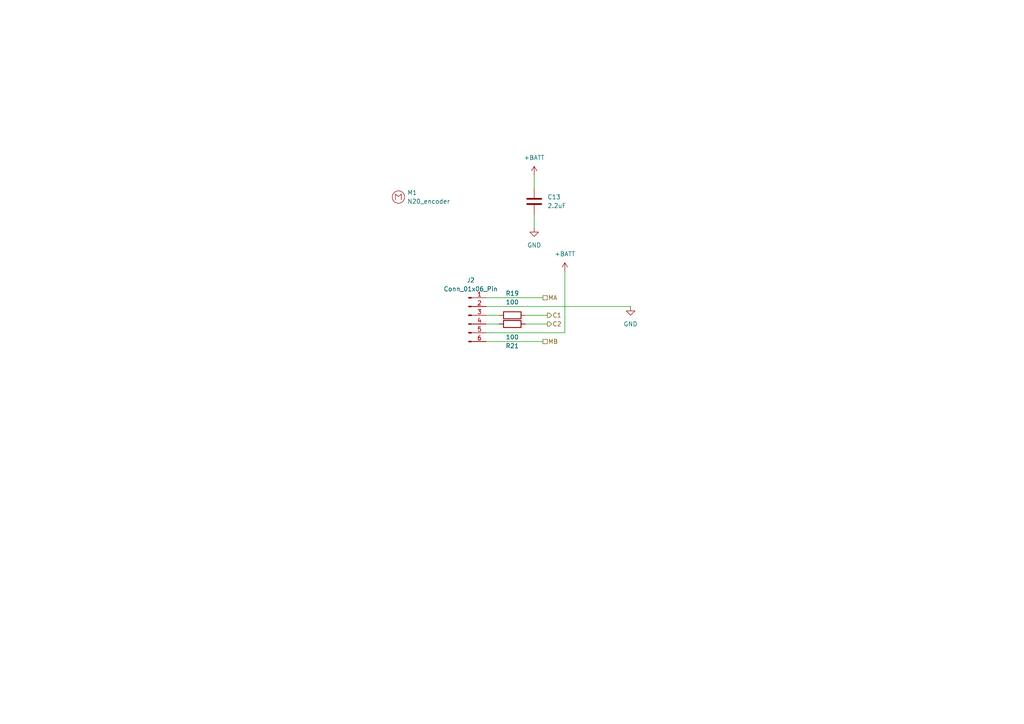
<source format=kicad_sch>
(kicad_sch (version 20230121) (generator eeschema)
  (paper "A4")
  (lib_symbols
    (symbol "Connector:Conn_01x06_Pin" (pin_names (offset 1.016) hide)
      (property "Reference" "J" (at 0 7.62 0))
      (property "Value" "Conn_01x06_Pin" (at 0 -10.16 0))
      (symbol "Conn_01x06_Pin_1_1"
        (polyline (pts (xy 1.27 -7.62) (xy 0.8636 -7.62)) (stroke (width 0.1524)))
        (polyline (pts (xy 1.27 -5.08) (xy 0.8636 -5.08)) (stroke (width 0.1524)))
        (polyline (pts (xy 1.27 -2.54) (xy 0.8636 -2.54)) (stroke (width 0.1524)))
        (polyline (pts (xy 1.27 0) (xy 0.8636 0)) (stroke (width 0.1524)))
        (polyline (pts (xy 1.27 2.54) (xy 0.8636 2.54)) (stroke (width 0.1524)))
        (polyline (pts (xy 1.27 5.08) (xy 0.8636 5.08)) (stroke (width 0.1524)))
        (rectangle (start 0.8636 -7.493) (end 0 -7.747) (stroke (width 0.1524)) (fill (type outline)))
        (rectangle (start 0.8636 -4.953) (end 0 -5.207) (stroke (width 0.1524)) (fill (type outline)))
        (rectangle (start 0.8636 -2.413) (end 0 -2.667) (stroke (width 0.1524)) (fill (type outline)))
        (rectangle (start 0.8636 0.127) (end 0 -0.127) (stroke (width 0.1524)) (fill (type outline)))
        (rectangle (start 0.8636 2.667) (end 0 2.413) (stroke (width 0.1524)) (fill (type outline)))
        (rectangle (start 0.8636 5.207) (end 0 4.953) (stroke (width 0.1524)) (fill (type outline)))
        (pin passive line (at 5.08 5.08 180) (length 3.81) (name "Pin_1") (number "1"))
        (pin passive line (at 5.08 2.54 180) (length 3.81) (name "Pin_2") (number "2"))
        (pin passive line (at 5.08 0 180) (length 3.81) (name "Pin_3") (number "3"))
        (pin passive line (at 5.08 -2.54 180) (length 3.81) (name "Pin_4") (number "4"))
        (pin passive line (at 5.08 -5.08 180) (length 3.81) (name "Pin_5") (number "5"))
        (pin passive line (at 5.08 -7.62 180) (length 3.81) (name "Pin_6") (number "6"))
      )
    )
    (symbol "Device:C" (pin_numbers hide) (pin_names (offset 0.254))
      (property "Reference" "C" (at 0.635 2.54 0))
      (property "Value" "C" (at 0.635 -2.54 0))
      (symbol "C_0_1"
        (polyline (pts (xy -2.032 -0.762) (xy 2.032 -0.762)) (stroke (width 0.508)))
        (polyline (pts (xy -2.032 0.762) (xy 2.032 0.762)) (stroke (width 0.508)))
      )
      (symbol "C_1_1"
        (pin passive line (at 0 3.81 270) (length 2.794) (name "~") (number "1"))
        (pin passive line (at 0 -3.81 90) (length 2.794) (name "~") (number "2"))
      )
    )
    (symbol "Device:R" (pin_numbers hide) (pin_names (offset 0))
      (property "Reference" "R" (at 2.032 0 90))
      (property "Value" "R" (at 0 0 90))
      (symbol "R_0_1"
        (rectangle (start -1.016 -2.54) (end 1.016 2.54) (stroke (width 0.254)))
      )
      (symbol "R_1_1"
        (pin passive line (at 0 3.81 270) (length 1.27) (name "~") (number "1"))
        (pin passive line (at 0 -3.81 90) (length 1.27) (name "~") (number "2"))
      )
    )
    (symbol "minimouse:N20_w_encoder"
      (property "Reference" "M" (at -8.89 1.27 0))
      (property "Value" "N20_encoder" (at 0 -2.54 0))
      (symbol "N20_w_encoder_0_1"
        (polyline (pts (xy -0.8636 -0.8128) (xy -0.8636 0.8636) (xy 0 0.1524) (xy 0.8128 0.8636) (xy 0.8128 -0.8128)))
        (circle (center 0 0) (radius 1.7961))
      )
    )
    (symbol "power:+BATT" (power) (pin_names (offset 0))
      (property "Value" "+BATT" (at 0 3.556 0))
      (symbol "+BATT_0_1"
        (polyline (pts (xy -0.762 1.27) (xy 0 2.54)))
        (polyline (pts (xy 0 0) (xy 0 2.54)))
        (polyline (pts (xy 0 2.54) (xy 0.762 1.27)))
      )
      (symbol "+BATT_1_1"
        (pin power_in line (at 0 0 90) (length 0) hide (name "+BATT") (number "1"))
      )
    )
    (symbol "power:GND" (power) (pin_names (offset 0))
      (property "Value" "GND" (at 0 -3.81 0))
      (symbol "GND_0_1"
        (polyline (pts (xy 0 0) (xy 0 -1.27) (xy 1.27 -1.27) (xy 0 -2.54) (xy -1.27 -1.27) (xy 0 -1.27)))
      )
      (symbol "GND_1_1"
        (pin power_in line (at 0 0 270) (length 0) hide (name "GND") (number "1"))
      )
    )
  )
  (wire (pts (xy 140.97 91.44) (xy 144.78 91.44)))
  (wire (pts (xy 154.94 62.23) (xy 154.94 66.04)))
  (wire (pts (xy 140.97 86.36) (xy 157.48 86.36)))
  (wire (pts (xy 140.97 88.9) (xy 182.88 88.9)))
  (wire (pts (xy 152.4 91.44) (xy 158.75 91.44)))
  (wire (pts (xy 163.83 78.74) (xy 163.83 96.52)))
  (wire (pts (xy 140.97 99.06) (xy 157.48 99.06)))
  (wire (pts (xy 163.83 96.52) (xy 140.97 96.52)))
  (wire (pts (xy 140.97 93.98) (xy 144.78 93.98)))
  (wire (pts (xy 154.94 50.8) (xy 154.94 54.61)))
  (wire (pts (xy 152.4 93.98) (xy 158.75 93.98)))
  (hierarchical_label "C1" (shape output) (at 158.75 91.44 0))
  (hierarchical_label "C2" (shape output) (at 158.75 93.98 0))
  (hierarchical_label "MB" (shape passive) (at 157.48 99.06 0))
  (hierarchical_label "MA" (shape passive) (at 157.48 86.36 0))
  (symbol (lib_id "power:+BATT") (at 163.83 78.74 0) (unit 1)
    (property "Reference" "#PWR028" (effects hide))
    (property "Value" "+BATT" (at 163.83 73.66 0))
    (instances (project "minimouse" (path "" (reference "#PWR028") (unit 1)) (path "" (reference "#PWR029") (unit 1))))
  )
  (symbol (lib_id "power:GND") (at 154.94 66.04 0) (unit 1)
    (property "Reference" "#PWR041" (effects hide))
    (property "Value" "GND" (at 154.94 71.12 0))
    (instances (project "minimouse" (path "" (reference "#PWR041") (unit 1)) (path "" (reference "#PWR042") (unit 1))))
  )
  (symbol (lib_id "minimouse:N20_w_encoder") (at 115.57 57.15 0) (unit 1)
    (property "Reference" "M1" (at 118.11 55.88 0) (effects (justify left)))
    (property "Value" "N20_encoder" (at 118.11 58.42 0) (effects (justify left)))
    (property "Footprint" "minimouse:N20_with_encoder" (effects hide))
    (instances (project "minimouse" (path "" (reference "M1") (unit 1)) (path "" (reference "M2") (unit 1))))
  )
  (symbol (lib_id "Device:R") (at 148.59 91.44 90) (unit 1)
    (property "Reference" "R19" (at 148.59 85.09 90))
    (property "Value" "100" (at 148.59 87.63 90))
    (property "Footprint" "Resistor_SMD:R_0603_1608Metric" (effects hide))
    (instances (project "minimouse" (path "" (reference "R19") (unit 1)) (path "" (reference "R20") (unit 1))))
  )
  (symbol (lib_id "Device:C") (at 154.94 58.42 0) (unit 1)
    (property "Reference" "C13" (at 158.75 57.15 0) (effects (justify left)))
    (property "Value" "2.2uF" (at 158.75 59.69 0) (effects (justify left)))
    (property "Footprint" "Capacitor_SMD:C_0603_1608Metric" (effects hide))
    (instances (project "minimouse" (path "" (reference "C13") (unit 1)) (path "" (reference "C14") (unit 1))))
  )
  (symbol (lib_id "power:+BATT") (at 154.94 50.8 0) (unit 1)
    (property "Reference" "#PWR014" (effects hide))
    (property "Value" "+BATT" (at 154.94 45.72 0))
    (instances (project "minimouse" (path "" (reference "#PWR014") (unit 1)) (path "" (reference "#PWR015") (unit 1))))
  )
  (symbol (lib_id "Connector:Conn_01x06_Pin") (at 135.89 91.44 0) (unit 1)
    (property "Reference" "J2" (at 136.525 81.28 0))
    (property "Value" "Conn_01x06_Pin" (at 136.525 83.82 0))
    (property "Footprint" "Connector_PinHeader_2.54mm:PinHeader_1x06_P2.54mm_Vertical" (effects hide))
    (instances (project "minimouse" (path "" (reference "J2") (unit 1)) (path "" (reference "J3") (unit 1))))
  )
  (symbol (lib_id "Device:R") (at 148.59 93.98 90) (mirror x) (unit 1)
    (property "Reference" "R21" (at 148.59 100.33 90))
    (property "Value" "100" (at 148.59 97.79 90))
    (property "Footprint" "Resistor_SMD:R_0603_1608Metric" (effects hide))
    (instances (project "minimouse" (path "" (reference "R21") (unit 1)) (path "" (reference "R22") (unit 1))))
  )
  (symbol (lib_id "power:GND") (at 182.88 88.9 0) (unit 1)
    (property "Reference" "#PWR026" (effects hide))
    (property "Value" "GND" (at 182.88 93.98 0))
    (instances (project "minimouse" (path "" (reference "#PWR026") (unit 1)) (path "" (reference "#PWR027") (unit 1))))
  )
)
</source>
